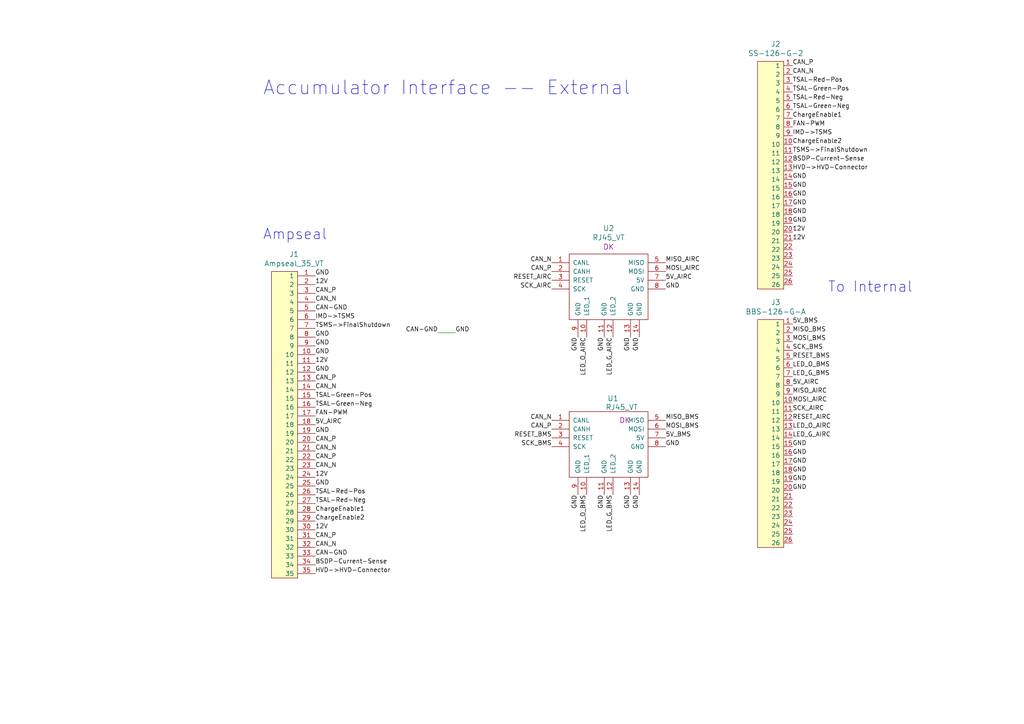
<source format=kicad_sch>
(kicad_sch (version 20211123) (generator eeschema)
  (paper "A4")
  (lib_symbols
    (symbol "formula:Ampseal_35_VT" (pin_names (offset 1.016))
      (property "Reference" "J" (at -6.35 45.72 0))
      (property "Value" "Ampseal_35_VT" (at -7.62 -45.72 0))
      (symbol "Ampseal_35_VT_0_1"
        (rectangle (start 0 44.45) (end -7.62 -44.45) (fill (type background)))
      )
      (symbol "Ampseal_35_VT_1_1"
        (pin passive line (at 5.08 43.18 180) (length 5.08) (name "1") (number "1"))
        (pin passive line (at 5.08 20.32 180) (length 5.08) (name "10") (number "10"))
        (pin passive line (at 5.08 17.78 180) (length 5.08) (name "11") (number "11"))
        (pin passive line (at 5.08 15.24 180) (length 5.08) (name "12") (number "12"))
        (pin passive line (at 5.08 12.7 180) (length 5.08) (name "13") (number "13"))
        (pin passive line (at 5.08 10.16 180) (length 5.08) (name "14") (number "14"))
        (pin passive line (at 5.08 7.62 180) (length 5.08) (name "15") (number "15"))
        (pin passive line (at 5.08 5.08 180) (length 5.08) (name "16") (number "16"))
        (pin passive line (at 5.08 2.54 180) (length 5.08) (name "17") (number "17"))
        (pin passive line (at 5.08 0 180) (length 5.08) (name "18") (number "18"))
        (pin passive line (at 5.08 -2.54 180) (length 5.08) (name "19") (number "19"))
        (pin passive line (at 5.08 40.64 180) (length 5.08) (name "2") (number "2"))
        (pin passive line (at 5.08 -5.08 180) (length 5.08) (name "20") (number "20"))
        (pin passive line (at 5.08 -7.62 180) (length 5.08) (name "21") (number "21"))
        (pin passive line (at 5.08 -10.16 180) (length 5.08) (name "22") (number "22"))
        (pin passive line (at 5.08 -12.7 180) (length 5.08) (name "23") (number "23"))
        (pin passive line (at 5.08 -15.24 180) (length 5.08) (name "24") (number "24"))
        (pin passive line (at 5.08 -17.78 180) (length 5.08) (name "25") (number "25"))
        (pin passive line (at 5.08 -20.32 180) (length 5.08) (name "26") (number "26"))
        (pin passive line (at 5.08 -22.86 180) (length 5.08) (name "27") (number "27"))
        (pin passive line (at 5.08 -25.4 180) (length 5.08) (name "28") (number "28"))
        (pin passive line (at 5.08 -27.94 180) (length 5.08) (name "29") (number "29"))
        (pin passive line (at 5.08 38.1 180) (length 5.08) (name "3") (number "3"))
        (pin passive line (at 5.08 -30.48 180) (length 5.08) (name "30") (number "30"))
        (pin passive line (at 5.08 -33.02 180) (length 5.08) (name "31") (number "31"))
        (pin passive line (at 5.08 -35.56 180) (length 5.08) (name "32") (number "32"))
        (pin passive line (at 5.08 -38.1 180) (length 5.08) (name "33") (number "33"))
        (pin passive line (at 5.08 -40.64 180) (length 5.08) (name "34") (number "34"))
        (pin passive line (at 5.08 -43.18 180) (length 5.08) (name "35") (number "35"))
        (pin passive line (at 5.08 35.56 180) (length 5.08) (name "4") (number "4"))
        (pin passive line (at 5.08 33.02 180) (length 5.08) (name "5") (number "5"))
        (pin passive line (at 5.08 30.48 180) (length 5.08) (name "6") (number "6"))
        (pin passive line (at 5.08 27.94 180) (length 5.08) (name "7") (number "7"))
        (pin passive line (at 5.08 25.4 180) (length 5.08) (name "8") (number "8"))
        (pin passive line (at 5.08 22.86 180) (length 5.08) (name "9") (number "9"))
      )
    )
    (symbol "formula:BBS-126-G-A" (pin_names (offset 1.016))
      (property "Reference" "J" (at -2.54 30.48 0))
      (property "Value" "BBS-126-G-A" (at 1.27 -39.37 0))
      (symbol "BBS-126-G-A_0_1"
        (rectangle (start -6.35 29.21) (end 1.27 -36.83) (fill (type background)))
      )
      (symbol "BBS-126-G-A_1_1"
        (pin bidirectional line (at 3.81 27.94 180) (length 2.54) (name "1") (number "1"))
        (pin bidirectional line (at 3.81 5.08 180) (length 2.54) (name "10") (number "10"))
        (pin bidirectional line (at 3.81 2.54 180) (length 2.54) (name "11") (number "11"))
        (pin bidirectional line (at 3.81 0 180) (length 2.54) (name "12") (number "12"))
        (pin bidirectional line (at 3.81 -2.54 180) (length 2.54) (name "13") (number "13"))
        (pin bidirectional line (at 3.81 -5.08 180) (length 2.54) (name "14") (number "14"))
        (pin bidirectional line (at 3.81 -7.62 180) (length 2.54) (name "15") (number "15"))
        (pin bidirectional line (at 3.81 -10.16 180) (length 2.54) (name "16") (number "16"))
        (pin bidirectional line (at 3.81 -12.7 180) (length 2.54) (name "17") (number "17"))
        (pin bidirectional line (at 3.81 -15.24 180) (length 2.54) (name "18") (number "18"))
        (pin bidirectional line (at 3.81 -17.78 180) (length 2.54) (name "19") (number "19"))
        (pin bidirectional line (at 3.81 25.4 180) (length 2.54) (name "2") (number "2"))
        (pin bidirectional line (at 3.81 -20.32 180) (length 2.54) (name "20") (number "20"))
        (pin bidirectional line (at 3.81 -22.86 180) (length 2.54) (name "21") (number "21"))
        (pin bidirectional line (at 3.81 -25.4 180) (length 2.54) (name "22") (number "22"))
        (pin bidirectional line (at 3.81 -27.94 180) (length 2.54) (name "23") (number "23"))
        (pin bidirectional line (at 3.81 -30.48 180) (length 2.54) (name "24") (number "24"))
        (pin bidirectional line (at 3.81 -33.02 180) (length 2.54) (name "25") (number "25"))
        (pin bidirectional line (at 3.81 -35.56 180) (length 2.54) (name "26") (number "26"))
        (pin bidirectional line (at 3.81 22.86 180) (length 2.54) (name "3") (number "3"))
        (pin bidirectional line (at 3.81 20.32 180) (length 2.54) (name "4") (number "4"))
        (pin bidirectional line (at 3.81 17.78 180) (length 2.54) (name "5") (number "5"))
        (pin bidirectional line (at 3.81 15.24 180) (length 2.54) (name "6") (number "6"))
        (pin bidirectional line (at 3.81 12.7 180) (length 2.54) (name "7") (number "7"))
        (pin bidirectional line (at 3.81 10.16 180) (length 2.54) (name "8") (number "8"))
        (pin bidirectional line (at 3.81 7.62 180) (length 2.54) (name "9") (number "9"))
      )
    )
    (symbol "formula:RJ45_VT" (pin_names (offset 1.016))
      (property "Reference" "U" (at 0 -14.986 0))
      (property "Value" "RJ45_VT" (at -3.556 21.844 0))
      (property "MFN" "DK" (at 3.81 -2.286 0))
      (symbol "RJ45_VT_0_1"
        (rectangle (start 11.43 19.05) (end -11.43 0))
      )
      (symbol "RJ45_VT_1_1"
        (pin bidirectional line (at -16.51 16.51 0) (length 5.08) (name "CANL") (number "1"))
        (pin bidirectional line (at -6.35 -5.08 90) (length 5.08) (name "LED_1") (number "10"))
        (pin bidirectional line (at -1.27 -5.08 90) (length 5.08) (name "GND") (number "11"))
        (pin bidirectional line (at 1.27 -5.08 90) (length 5.08) (name "LED_2") (number "12"))
        (pin bidirectional line (at 6.35 -5.08 90) (length 5.08) (name "GND") (number "13"))
        (pin bidirectional line (at 8.89 -5.08 90) (length 5.08) (name "GND") (number "14"))
        (pin bidirectional line (at -16.51 13.97 0) (length 5.08) (name "CANH") (number "2"))
        (pin bidirectional line (at -16.51 11.43 0) (length 5.08) (name "RESET") (number "3"))
        (pin bidirectional line (at -16.51 8.89 0) (length 5.08) (name "SCK") (number "4"))
        (pin bidirectional line (at 16.51 16.51 180) (length 5.08) (name "MISO") (number "5"))
        (pin bidirectional line (at 16.51 13.97 180) (length 5.08) (name "MOSI") (number "6"))
        (pin bidirectional line (at 16.51 11.43 180) (length 5.08) (name "5V") (number "7"))
        (pin bidirectional line (at 16.51 8.89 180) (length 5.08) (name "GND") (number "8"))
        (pin bidirectional line (at -8.89 -5.08 90) (length 5.08) (name "GND") (number "9"))
      )
    )
    (symbol "formula:SS-126-G-2" (pin_names (offset 1.016))
      (property "Reference" "J" (at -2.54 30.48 0))
      (property "Value" "SS-126-G-2" (at 1.27 -39.37 0))
      (symbol "SS-126-G-2_0_1"
        (rectangle (start -6.35 29.21) (end 1.27 -36.83) (fill (type background)))
      )
      (symbol "SS-126-G-2_1_1"
        (pin bidirectional line (at 3.81 27.94 180) (length 2.54) (name "1") (number "1"))
        (pin bidirectional line (at 3.81 5.08 180) (length 2.54) (name "10") (number "10"))
        (pin bidirectional line (at 3.81 2.54 180) (length 2.54) (name "11") (number "11"))
        (pin bidirectional line (at 3.81 0 180) (length 2.54) (name "12") (number "12"))
        (pin bidirectional line (at 3.81 -2.54 180) (length 2.54) (name "13") (number "13"))
        (pin bidirectional line (at 3.81 -5.08 180) (length 2.54) (name "14") (number "14"))
        (pin bidirectional line (at 3.81 -7.62 180) (length 2.54) (name "15") (number "15"))
        (pin bidirectional line (at 3.81 -10.16 180) (length 2.54) (name "16") (number "16"))
        (pin bidirectional line (at 3.81 -12.7 180) (length 2.54) (name "17") (number "17"))
        (pin bidirectional line (at 3.81 -15.24 180) (length 2.54) (name "18") (number "18"))
        (pin bidirectional line (at 3.81 -17.78 180) (length 2.54) (name "19") (number "19"))
        (pin bidirectional line (at 3.81 25.4 180) (length 2.54) (name "2") (number "2"))
        (pin bidirectional line (at 3.81 -20.32 180) (length 2.54) (name "20") (number "20"))
        (pin bidirectional line (at 3.81 -22.86 180) (length 2.54) (name "21") (number "21"))
        (pin bidirectional line (at 3.81 -25.4 180) (length 2.54) (name "22") (number "22"))
        (pin bidirectional line (at 3.81 -27.94 180) (length 2.54) (name "23") (number "23"))
        (pin bidirectional line (at 3.81 -30.48 180) (length 2.54) (name "24") (number "24"))
        (pin bidirectional line (at 3.81 -33.02 180) (length 2.54) (name "25") (number "25"))
        (pin bidirectional line (at 3.81 -35.56 180) (length 2.54) (name "26") (number "26"))
        (pin bidirectional line (at 3.81 22.86 180) (length 2.54) (name "3") (number "3"))
        (pin bidirectional line (at 3.81 20.32 180) (length 2.54) (name "4") (number "4"))
        (pin bidirectional line (at 3.81 17.78 180) (length 2.54) (name "5") (number "5"))
        (pin bidirectional line (at 3.81 15.24 180) (length 2.54) (name "6") (number "6"))
        (pin bidirectional line (at 3.81 12.7 180) (length 2.54) (name "7") (number "7"))
        (pin bidirectional line (at 3.81 10.16 180) (length 2.54) (name "8") (number "8"))
        (pin bidirectional line (at 3.81 7.62 180) (length 2.54) (name "9") (number "9"))
      )
    )
  )
  (wire (pts (xy 132.08 96.52) (xy 127 96.52)))
  (text "To Internal" (at 240.03 85.09 0) (effects (font (size 2.9972 2.9972)) (justify left bottom)))
  (text "Accumulator Interface -- External" (at 76.2 27.94 0) (effects (font (size 3.9878 3.9878)) (justify left bottom)))
  (text "Ampseal" (at 76.2 69.85 0) (effects (font (size 2.9972 2.9972)) (justify left bottom)))
  (label "CAN-GND" (at 91.44 161.29 0))
  (label "RESET_BMS" (at 229.87 104.14 0))
  (label "CAN_N" (at 160.02 121.92 180))
  (label "5V_BMS" (at 193.04 127 0))
  (label "CAN_P" (at 91.44 133.35 0))
  (label "GND" (at 229.87 142.24 0))
  (label "MOSI_BMS" (at 229.87 99.06 0))
  (label "RESET_AIRC" (at 229.87 121.92 0))
  (label "GND" (at 167.64 143.51 270))
  (label "MOSI_AIRC" (at 193.04 78.74 0))
  (label "CAN_N" (at 91.44 135.89 0))
  (label "LED_G_BMS" (at 177.8 143.51 270))
  (label "TSMS->FinalShutdown" (at 91.44 95.25 0))
  (label "TSAL-Green-Neg" (at 91.44 118.11 0))
  (label "ChargeEnable1" (at 91.44 148.59 0))
  (label "GND" (at 229.87 134.62 0))
  (label "CAN-GND" (at 91.44 90.17 0))
  (label "BSDP-Current-Sense" (at 229.87 46.99 0))
  (label "BSDP-Current-Sense" (at 91.44 163.83 0))
  (label "CAN_P" (at 91.44 110.49 0))
  (label "CAN_P" (at 229.87 19.05 0))
  (label "IMD->TSMS" (at 91.44 92.71 0))
  (label "GND" (at 229.87 62.23 0))
  (label "SCK_AIRC" (at 229.87 119.38 0))
  (label "CAN_P" (at 160.02 124.46 180))
  (label "GND" (at 91.44 107.95 0))
  (label "GND" (at 91.44 102.87 0))
  (label "MOSI_BMS" (at 193.04 124.46 0))
  (label "MISO_BMS" (at 193.04 121.92 0))
  (label "LED_G_BMS" (at 229.87 109.22 0))
  (label "CAN_N" (at 91.44 158.75 0))
  (label "IMD->TSMS" (at 229.87 39.37 0))
  (label "GND" (at 182.88 143.51 270))
  (label "GND" (at 185.42 97.79 270))
  (label "12V" (at 229.87 67.31 0))
  (label "LED_O_BMS" (at 170.18 143.51 270))
  (label "GND" (at 91.44 97.79 0))
  (label "CAN_N" (at 229.87 21.59 0))
  (label "GND" (at 229.87 132.08 0))
  (label "GND" (at 91.44 80.01 0))
  (label "LED_O_AIRC" (at 229.87 124.46 0))
  (label "TSAL-Red-Pos" (at 91.44 143.51 0))
  (label "MISO_AIRC" (at 193.04 76.2 0))
  (label "LED_O_AIRC" (at 170.18 97.79 270))
  (label "CAN_P" (at 91.44 128.27 0))
  (label "GND" (at 175.26 97.79 270))
  (label "5V_AIRC" (at 229.87 111.76 0))
  (label "SCK_AIRC" (at 160.02 83.82 180))
  (label "GND" (at 175.26 143.51 270))
  (label "RESET_AIRC" (at 160.02 81.28 180))
  (label "HVD->HVD-Connector" (at 91.44 166.37 0))
  (label "TSMS->FinalShutdown" (at 229.87 44.45 0))
  (label "5V_BMS" (at 229.87 93.98 0))
  (label "12V" (at 91.44 138.43 0))
  (label "HVD->HVD-Connector" (at 229.87 49.53 0))
  (label "GND" (at 185.42 143.51 270))
  (label "SCK_BMS" (at 160.02 129.54 180))
  (label "GND" (at 182.88 97.79 270))
  (label "LED_G_AIRC" (at 229.87 127 0))
  (label "GND" (at 193.04 83.82 0))
  (label "12V" (at 229.87 69.85 0))
  (label "CAN_P" (at 91.44 156.21 0))
  (label "CAN-GND" (at 127 96.52 180))
  (label "MISO_AIRC" (at 229.87 114.3 0))
  (label "ChargeEnable2" (at 229.87 41.91 0))
  (label "TSAL-Red-Neg" (at 229.87 29.21 0))
  (label "MISO_BMS" (at 229.87 96.52 0))
  (label "CAN_N" (at 91.44 87.63 0))
  (label "5V_AIRC" (at 193.04 81.28 0))
  (label "GND" (at 91.44 100.33 0))
  (label "12V" (at 91.44 105.41 0))
  (label "GND" (at 229.87 59.69 0))
  (label "FAN-PWM" (at 229.87 36.83 0))
  (label "GND" (at 229.87 139.7 0))
  (label "SCK_BMS" (at 229.87 101.6 0))
  (label "MOSI_AIRC" (at 229.87 116.84 0))
  (label "GND" (at 167.64 97.79 270))
  (label "ChargeEnable2" (at 91.44 151.13 0))
  (label "GND" (at 229.87 129.54 0))
  (label "GND" (at 229.87 64.77 0))
  (label "GND" (at 229.87 137.16 0))
  (label "FAN-PWM" (at 91.44 120.65 0))
  (label "12V" (at 91.44 153.67 0))
  (label "TSAL-Green-Pos" (at 229.87 26.67 0))
  (label "ChargeEnable1" (at 229.87 34.29 0))
  (label "TSAL-Green-Pos" (at 91.44 115.57 0))
  (label "TSAL-Green-Neg" (at 229.87 31.75 0))
  (label "CAN_P" (at 91.44 85.09 0))
  (label "GND" (at 91.44 125.73 0))
  (label "GND" (at 91.44 140.97 0))
  (label "GND" (at 229.87 57.15 0))
  (label "GND" (at 193.04 129.54 0))
  (label "CAN_N" (at 91.44 113.03 0))
  (label "GND" (at 132.08 96.52 0))
  (label "CAN_N" (at 160.02 76.2 180))
  (label "12V" (at 91.44 82.55 0))
  (label "LED_O_BMS" (at 229.87 106.68 0))
  (label "CAN_N" (at 91.44 130.81 0))
  (label "GND" (at 229.87 54.61 0))
  (label "CAN_P" (at 160.02 78.74 180))
  (label "5V_AIRC" (at 91.44 123.19 0))
  (label "GND" (at 229.87 52.07 0))
  (label "RESET_BMS" (at 160.02 127 180))
  (label "LED_G_AIRC" (at 177.8 97.79 270))
  (label "TSAL-Red-Neg" (at 91.44 146.05 0))
  (label "TSAL-Red-Pos" (at 229.87 24.13 0))
  (symbol (lib_id "formula:Ampseal_35_VT") (at 86.36 123.19 0) (unit 1)
    (property "Reference" "J1" (at 85.2932 73.7362 0) (effects (font (size 1.524 1.524))))
    (property "Value" "Ampseal_35_VT" (at 85.2932 76.4286 0) (effects (font (size 1.524 1.524))))
    (property "Footprint" "footprints:Ampseal_35" (effects hide))
    (property "Datasheet" "http://www.te.com/commerce/DocumentDelivery/DDEController?Action=showdoc&DocId=Customer+Drawing%7F776231%7FA13%7Fpdf%7FEnglish%7FENG_CD_776231_A13.pdf%7F1-776231-1" (effects hide))
    (property "MFN" "TE" (effects hide))
    (property "MPN" "1-776231-1" (effects hide))
    (property "PurchasingLink" "http://www.te.com/usa-en/product-1-776231-1.html" (effects hide))
  )
  (symbol (lib_id "formula:SS-126-G-2") (at 226.06 46.99 0) (unit 1)
    (property "Reference" "J2" (at 224.9932 12.7762 0) (effects (font (size 1.524 1.524))))
    (property "Value" "SS-126-G-2" (at 224.9932 15.4686 0) (effects (font (size 1.524 1.524))))
    (property "Footprint" "footprints:26pos_screwsocket_.1in" (effects hide))
    (property "Datasheet" "http://suddendocs.samtec.com/catalog_english/ss.pdf" (effects hide))
    (property "MFN" "SAMTEC" (effects hide))
    (property "MPN" "SS-126-G-2" (effects hide))
    (property "PurchasingLink" "https://www.samtec.com/products/ss-126-g-2" (effects hide))
  )
  (symbol (lib_id "formula:BBS-126-G-A") (at 226.06 121.92 0) (unit 1)
    (property "Reference" "J3" (at 224.9932 87.7062 0) (effects (font (size 1.524 1.524))))
    (property "Value" "BBS-126-G-A" (at 224.9932 90.3986 0) (effects (font (size 1.524 1.524))))
    (property "Footprint" "footprints:26pos_screwsocket_.1in" (effects hide))
    (property "Datasheet" "http://suddendocs.samtec.com/catalog_english/bbs.pdf" (effects hide))
    (property "MFN" "SAMTEC" (effects hide))
    (property "MPN" "BBS-126-G-A" (effects hide))
    (property "PurchasingLink" "https://www.samtec.com/products/bbs-126-g-a" (effects hide))
  )
  (symbol (lib_id "formula:RJ45_VT") (at 176.53 138.43 0) (unit 1)
    (property "Reference" "U1" (at 177.8 115.57 0) (effects (font (size 1.524 1.524))))
    (property "Value" "RJ45_VT" (at 180.34 118.11 0) (effects (font (size 1.524 1.524))))
    (property "Footprint" "footprints:RJ45-Vertical" (effects hide))
    (property "Datasheet" "https://www.amphenolcanada.com/ProductSearch/drawings/AC/MRJ548XX1.pdf" (effects hide))
    (property "MFN" "DK" (at 181.229 121.8946 0) (effects (font (size 1.524 1.524))))
    (property "MPN" "MRJ-5481-01-ND" (effects hide))
    (property "PurchasingLink" "https://www.digikey.com/products/en?keywords=MRJ-5481-01" (effects hide))
  )
  (symbol (lib_id "formula:RJ45_VT") (at 176.53 92.71 0) (unit 1)
    (property "Reference" "U2" (at 176.53 66.2178 0) (effects (font (size 1.524 1.524))))
    (property "Value" "RJ45_VT" (at 176.53 68.9102 0) (effects (font (size 1.524 1.524))))
    (property "Footprint" "footprints:RJ45-Vertical" (effects hide))
    (property "Datasheet" "https://www.amphenolcanada.com/ProductSearch/drawings/AC/MRJ548XX1.pdf" (effects hide))
    (property "MFN" "DK" (at 176.53 71.6026 0) (effects (font (size 1.524 1.524))))
    (property "MPN" "MRJ-5481-01-ND" (effects hide))
    (property "PurchasingLink" "https://www.digikey.com/products/en?keywords=MRJ-5481-01" (effects hide))
  )
)
</source>
